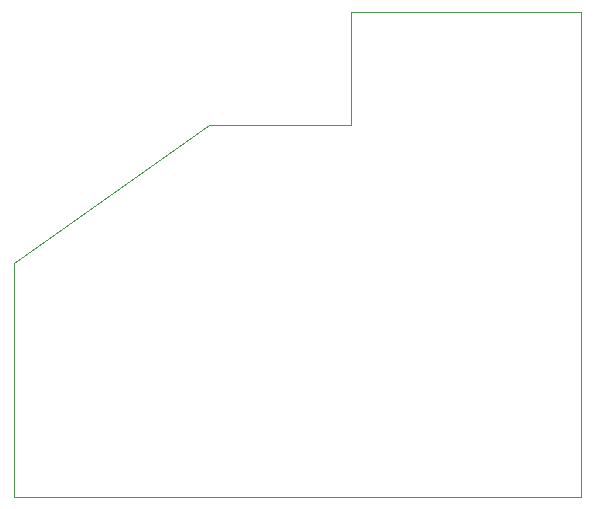
<source format=gko>
%TF.GenerationSoftware,KiCad,Pcbnew,5.1.9*%
%TF.CreationDate,2021-02-24T23:37:06+01:00*%
%TF.ProjectId,qr_reader,71725f72-6561-4646-9572-2e6b69636164,rev?*%
%TF.SameCoordinates,Original*%
%TF.FileFunction,Profile,NP*%
%FSLAX46Y46*%
G04 Gerber Fmt 4.6, Leading zero omitted, Abs format (unit mm)*
G04 Created by KiCad (PCBNEW 5.1.9) date 2021-02-24 23:37:06*
%MOMM*%
%LPD*%
G01*
G04 APERTURE LIST*
%TA.AperFunction,Profile*%
%ADD10C,0.050000*%
%TD*%
G04 APERTURE END LIST*
D10*
X116500000Y-44250000D02*
X133000000Y-32500000D01*
X116500000Y-64000000D02*
X137500000Y-64000000D01*
X116500000Y-44250000D02*
X116500000Y-64000000D01*
X145000000Y-32500000D02*
X133000000Y-32500000D01*
X145000000Y-23000000D02*
X145000000Y-32500000D01*
X164500000Y-23000000D02*
X145000000Y-23000000D01*
X164500000Y-24500000D02*
X164500000Y-23000000D01*
X164500000Y-64000000D02*
X164500000Y-24500000D01*
X164000000Y-64000000D02*
X164500000Y-64000000D01*
X163500000Y-64000000D02*
X164000000Y-64000000D01*
X137500000Y-64000000D02*
X163500000Y-64000000D01*
M02*

</source>
